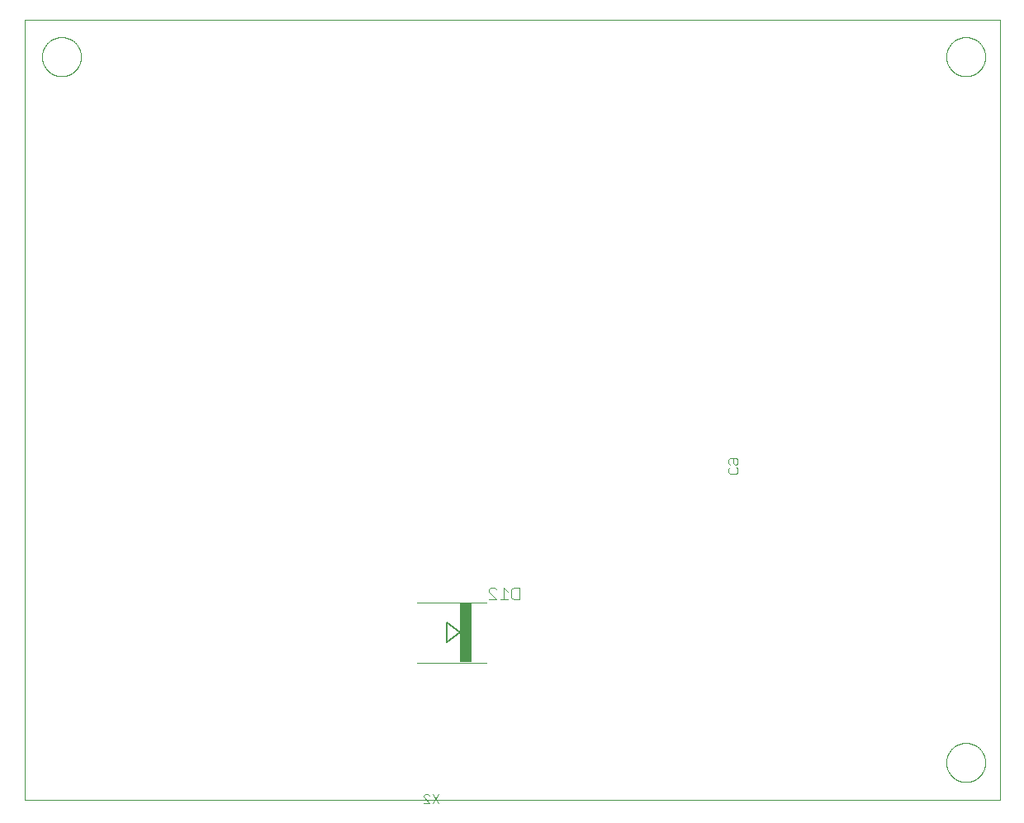
<source format=gbo>
G75*
%MOIN*%
%OFA0B0*%
%FSLAX25Y25*%
%IPPOS*%
%LPD*%
%AMOC8*
5,1,8,0,0,1.08239X$1,22.5*
%
%ADD10C,0.00000*%
%ADD11C,0.00400*%
%ADD12C,0.00300*%
%ADD13C,0.00800*%
%ADD14R,0.04921X0.24409*%
D10*
X0028800Y1187300D02*
X0028800Y1502261D01*
X0422501Y1502261D01*
X0422501Y1187300D01*
X0028800Y1187300D01*
X0035926Y1487300D02*
X0035928Y1487493D01*
X0035935Y1487686D01*
X0035947Y1487879D01*
X0035964Y1488072D01*
X0035985Y1488264D01*
X0036011Y1488455D01*
X0036042Y1488646D01*
X0036077Y1488836D01*
X0036117Y1489025D01*
X0036162Y1489213D01*
X0036211Y1489400D01*
X0036265Y1489586D01*
X0036323Y1489770D01*
X0036386Y1489953D01*
X0036454Y1490134D01*
X0036525Y1490313D01*
X0036602Y1490491D01*
X0036682Y1490667D01*
X0036767Y1490840D01*
X0036856Y1491012D01*
X0036949Y1491181D01*
X0037046Y1491348D01*
X0037148Y1491513D01*
X0037253Y1491675D01*
X0037362Y1491834D01*
X0037476Y1491991D01*
X0037593Y1492144D01*
X0037713Y1492295D01*
X0037838Y1492443D01*
X0037966Y1492588D01*
X0038097Y1492729D01*
X0038232Y1492868D01*
X0038371Y1493003D01*
X0038512Y1493134D01*
X0038657Y1493262D01*
X0038805Y1493387D01*
X0038956Y1493507D01*
X0039109Y1493624D01*
X0039266Y1493738D01*
X0039425Y1493847D01*
X0039587Y1493952D01*
X0039752Y1494054D01*
X0039919Y1494151D01*
X0040088Y1494244D01*
X0040260Y1494333D01*
X0040433Y1494418D01*
X0040609Y1494498D01*
X0040787Y1494575D01*
X0040966Y1494646D01*
X0041147Y1494714D01*
X0041330Y1494777D01*
X0041514Y1494835D01*
X0041700Y1494889D01*
X0041887Y1494938D01*
X0042075Y1494983D01*
X0042264Y1495023D01*
X0042454Y1495058D01*
X0042645Y1495089D01*
X0042836Y1495115D01*
X0043028Y1495136D01*
X0043221Y1495153D01*
X0043414Y1495165D01*
X0043607Y1495172D01*
X0043800Y1495174D01*
X0043993Y1495172D01*
X0044186Y1495165D01*
X0044379Y1495153D01*
X0044572Y1495136D01*
X0044764Y1495115D01*
X0044955Y1495089D01*
X0045146Y1495058D01*
X0045336Y1495023D01*
X0045525Y1494983D01*
X0045713Y1494938D01*
X0045900Y1494889D01*
X0046086Y1494835D01*
X0046270Y1494777D01*
X0046453Y1494714D01*
X0046634Y1494646D01*
X0046813Y1494575D01*
X0046991Y1494498D01*
X0047167Y1494418D01*
X0047340Y1494333D01*
X0047512Y1494244D01*
X0047681Y1494151D01*
X0047848Y1494054D01*
X0048013Y1493952D01*
X0048175Y1493847D01*
X0048334Y1493738D01*
X0048491Y1493624D01*
X0048644Y1493507D01*
X0048795Y1493387D01*
X0048943Y1493262D01*
X0049088Y1493134D01*
X0049229Y1493003D01*
X0049368Y1492868D01*
X0049503Y1492729D01*
X0049634Y1492588D01*
X0049762Y1492443D01*
X0049887Y1492295D01*
X0050007Y1492144D01*
X0050124Y1491991D01*
X0050238Y1491834D01*
X0050347Y1491675D01*
X0050452Y1491513D01*
X0050554Y1491348D01*
X0050651Y1491181D01*
X0050744Y1491012D01*
X0050833Y1490840D01*
X0050918Y1490667D01*
X0050998Y1490491D01*
X0051075Y1490313D01*
X0051146Y1490134D01*
X0051214Y1489953D01*
X0051277Y1489770D01*
X0051335Y1489586D01*
X0051389Y1489400D01*
X0051438Y1489213D01*
X0051483Y1489025D01*
X0051523Y1488836D01*
X0051558Y1488646D01*
X0051589Y1488455D01*
X0051615Y1488264D01*
X0051636Y1488072D01*
X0051653Y1487879D01*
X0051665Y1487686D01*
X0051672Y1487493D01*
X0051674Y1487300D01*
X0051672Y1487107D01*
X0051665Y1486914D01*
X0051653Y1486721D01*
X0051636Y1486528D01*
X0051615Y1486336D01*
X0051589Y1486145D01*
X0051558Y1485954D01*
X0051523Y1485764D01*
X0051483Y1485575D01*
X0051438Y1485387D01*
X0051389Y1485200D01*
X0051335Y1485014D01*
X0051277Y1484830D01*
X0051214Y1484647D01*
X0051146Y1484466D01*
X0051075Y1484287D01*
X0050998Y1484109D01*
X0050918Y1483933D01*
X0050833Y1483760D01*
X0050744Y1483588D01*
X0050651Y1483419D01*
X0050554Y1483252D01*
X0050452Y1483087D01*
X0050347Y1482925D01*
X0050238Y1482766D01*
X0050124Y1482609D01*
X0050007Y1482456D01*
X0049887Y1482305D01*
X0049762Y1482157D01*
X0049634Y1482012D01*
X0049503Y1481871D01*
X0049368Y1481732D01*
X0049229Y1481597D01*
X0049088Y1481466D01*
X0048943Y1481338D01*
X0048795Y1481213D01*
X0048644Y1481093D01*
X0048491Y1480976D01*
X0048334Y1480862D01*
X0048175Y1480753D01*
X0048013Y1480648D01*
X0047848Y1480546D01*
X0047681Y1480449D01*
X0047512Y1480356D01*
X0047340Y1480267D01*
X0047167Y1480182D01*
X0046991Y1480102D01*
X0046813Y1480025D01*
X0046634Y1479954D01*
X0046453Y1479886D01*
X0046270Y1479823D01*
X0046086Y1479765D01*
X0045900Y1479711D01*
X0045713Y1479662D01*
X0045525Y1479617D01*
X0045336Y1479577D01*
X0045146Y1479542D01*
X0044955Y1479511D01*
X0044764Y1479485D01*
X0044572Y1479464D01*
X0044379Y1479447D01*
X0044186Y1479435D01*
X0043993Y1479428D01*
X0043800Y1479426D01*
X0043607Y1479428D01*
X0043414Y1479435D01*
X0043221Y1479447D01*
X0043028Y1479464D01*
X0042836Y1479485D01*
X0042645Y1479511D01*
X0042454Y1479542D01*
X0042264Y1479577D01*
X0042075Y1479617D01*
X0041887Y1479662D01*
X0041700Y1479711D01*
X0041514Y1479765D01*
X0041330Y1479823D01*
X0041147Y1479886D01*
X0040966Y1479954D01*
X0040787Y1480025D01*
X0040609Y1480102D01*
X0040433Y1480182D01*
X0040260Y1480267D01*
X0040088Y1480356D01*
X0039919Y1480449D01*
X0039752Y1480546D01*
X0039587Y1480648D01*
X0039425Y1480753D01*
X0039266Y1480862D01*
X0039109Y1480976D01*
X0038956Y1481093D01*
X0038805Y1481213D01*
X0038657Y1481338D01*
X0038512Y1481466D01*
X0038371Y1481597D01*
X0038232Y1481732D01*
X0038097Y1481871D01*
X0037966Y1482012D01*
X0037838Y1482157D01*
X0037713Y1482305D01*
X0037593Y1482456D01*
X0037476Y1482609D01*
X0037362Y1482766D01*
X0037253Y1482925D01*
X0037148Y1483087D01*
X0037046Y1483252D01*
X0036949Y1483419D01*
X0036856Y1483588D01*
X0036767Y1483760D01*
X0036682Y1483933D01*
X0036602Y1484109D01*
X0036525Y1484287D01*
X0036454Y1484466D01*
X0036386Y1484647D01*
X0036323Y1484830D01*
X0036265Y1485014D01*
X0036211Y1485200D01*
X0036162Y1485387D01*
X0036117Y1485575D01*
X0036077Y1485764D01*
X0036042Y1485954D01*
X0036011Y1486145D01*
X0035985Y1486336D01*
X0035964Y1486528D01*
X0035947Y1486721D01*
X0035935Y1486914D01*
X0035928Y1487107D01*
X0035926Y1487300D01*
X0400926Y1487300D02*
X0400928Y1487493D01*
X0400935Y1487686D01*
X0400947Y1487879D01*
X0400964Y1488072D01*
X0400985Y1488264D01*
X0401011Y1488455D01*
X0401042Y1488646D01*
X0401077Y1488836D01*
X0401117Y1489025D01*
X0401162Y1489213D01*
X0401211Y1489400D01*
X0401265Y1489586D01*
X0401323Y1489770D01*
X0401386Y1489953D01*
X0401454Y1490134D01*
X0401525Y1490313D01*
X0401602Y1490491D01*
X0401682Y1490667D01*
X0401767Y1490840D01*
X0401856Y1491012D01*
X0401949Y1491181D01*
X0402046Y1491348D01*
X0402148Y1491513D01*
X0402253Y1491675D01*
X0402362Y1491834D01*
X0402476Y1491991D01*
X0402593Y1492144D01*
X0402713Y1492295D01*
X0402838Y1492443D01*
X0402966Y1492588D01*
X0403097Y1492729D01*
X0403232Y1492868D01*
X0403371Y1493003D01*
X0403512Y1493134D01*
X0403657Y1493262D01*
X0403805Y1493387D01*
X0403956Y1493507D01*
X0404109Y1493624D01*
X0404266Y1493738D01*
X0404425Y1493847D01*
X0404587Y1493952D01*
X0404752Y1494054D01*
X0404919Y1494151D01*
X0405088Y1494244D01*
X0405260Y1494333D01*
X0405433Y1494418D01*
X0405609Y1494498D01*
X0405787Y1494575D01*
X0405966Y1494646D01*
X0406147Y1494714D01*
X0406330Y1494777D01*
X0406514Y1494835D01*
X0406700Y1494889D01*
X0406887Y1494938D01*
X0407075Y1494983D01*
X0407264Y1495023D01*
X0407454Y1495058D01*
X0407645Y1495089D01*
X0407836Y1495115D01*
X0408028Y1495136D01*
X0408221Y1495153D01*
X0408414Y1495165D01*
X0408607Y1495172D01*
X0408800Y1495174D01*
X0408993Y1495172D01*
X0409186Y1495165D01*
X0409379Y1495153D01*
X0409572Y1495136D01*
X0409764Y1495115D01*
X0409955Y1495089D01*
X0410146Y1495058D01*
X0410336Y1495023D01*
X0410525Y1494983D01*
X0410713Y1494938D01*
X0410900Y1494889D01*
X0411086Y1494835D01*
X0411270Y1494777D01*
X0411453Y1494714D01*
X0411634Y1494646D01*
X0411813Y1494575D01*
X0411991Y1494498D01*
X0412167Y1494418D01*
X0412340Y1494333D01*
X0412512Y1494244D01*
X0412681Y1494151D01*
X0412848Y1494054D01*
X0413013Y1493952D01*
X0413175Y1493847D01*
X0413334Y1493738D01*
X0413491Y1493624D01*
X0413644Y1493507D01*
X0413795Y1493387D01*
X0413943Y1493262D01*
X0414088Y1493134D01*
X0414229Y1493003D01*
X0414368Y1492868D01*
X0414503Y1492729D01*
X0414634Y1492588D01*
X0414762Y1492443D01*
X0414887Y1492295D01*
X0415007Y1492144D01*
X0415124Y1491991D01*
X0415238Y1491834D01*
X0415347Y1491675D01*
X0415452Y1491513D01*
X0415554Y1491348D01*
X0415651Y1491181D01*
X0415744Y1491012D01*
X0415833Y1490840D01*
X0415918Y1490667D01*
X0415998Y1490491D01*
X0416075Y1490313D01*
X0416146Y1490134D01*
X0416214Y1489953D01*
X0416277Y1489770D01*
X0416335Y1489586D01*
X0416389Y1489400D01*
X0416438Y1489213D01*
X0416483Y1489025D01*
X0416523Y1488836D01*
X0416558Y1488646D01*
X0416589Y1488455D01*
X0416615Y1488264D01*
X0416636Y1488072D01*
X0416653Y1487879D01*
X0416665Y1487686D01*
X0416672Y1487493D01*
X0416674Y1487300D01*
X0416672Y1487107D01*
X0416665Y1486914D01*
X0416653Y1486721D01*
X0416636Y1486528D01*
X0416615Y1486336D01*
X0416589Y1486145D01*
X0416558Y1485954D01*
X0416523Y1485764D01*
X0416483Y1485575D01*
X0416438Y1485387D01*
X0416389Y1485200D01*
X0416335Y1485014D01*
X0416277Y1484830D01*
X0416214Y1484647D01*
X0416146Y1484466D01*
X0416075Y1484287D01*
X0415998Y1484109D01*
X0415918Y1483933D01*
X0415833Y1483760D01*
X0415744Y1483588D01*
X0415651Y1483419D01*
X0415554Y1483252D01*
X0415452Y1483087D01*
X0415347Y1482925D01*
X0415238Y1482766D01*
X0415124Y1482609D01*
X0415007Y1482456D01*
X0414887Y1482305D01*
X0414762Y1482157D01*
X0414634Y1482012D01*
X0414503Y1481871D01*
X0414368Y1481732D01*
X0414229Y1481597D01*
X0414088Y1481466D01*
X0413943Y1481338D01*
X0413795Y1481213D01*
X0413644Y1481093D01*
X0413491Y1480976D01*
X0413334Y1480862D01*
X0413175Y1480753D01*
X0413013Y1480648D01*
X0412848Y1480546D01*
X0412681Y1480449D01*
X0412512Y1480356D01*
X0412340Y1480267D01*
X0412167Y1480182D01*
X0411991Y1480102D01*
X0411813Y1480025D01*
X0411634Y1479954D01*
X0411453Y1479886D01*
X0411270Y1479823D01*
X0411086Y1479765D01*
X0410900Y1479711D01*
X0410713Y1479662D01*
X0410525Y1479617D01*
X0410336Y1479577D01*
X0410146Y1479542D01*
X0409955Y1479511D01*
X0409764Y1479485D01*
X0409572Y1479464D01*
X0409379Y1479447D01*
X0409186Y1479435D01*
X0408993Y1479428D01*
X0408800Y1479426D01*
X0408607Y1479428D01*
X0408414Y1479435D01*
X0408221Y1479447D01*
X0408028Y1479464D01*
X0407836Y1479485D01*
X0407645Y1479511D01*
X0407454Y1479542D01*
X0407264Y1479577D01*
X0407075Y1479617D01*
X0406887Y1479662D01*
X0406700Y1479711D01*
X0406514Y1479765D01*
X0406330Y1479823D01*
X0406147Y1479886D01*
X0405966Y1479954D01*
X0405787Y1480025D01*
X0405609Y1480102D01*
X0405433Y1480182D01*
X0405260Y1480267D01*
X0405088Y1480356D01*
X0404919Y1480449D01*
X0404752Y1480546D01*
X0404587Y1480648D01*
X0404425Y1480753D01*
X0404266Y1480862D01*
X0404109Y1480976D01*
X0403956Y1481093D01*
X0403805Y1481213D01*
X0403657Y1481338D01*
X0403512Y1481466D01*
X0403371Y1481597D01*
X0403232Y1481732D01*
X0403097Y1481871D01*
X0402966Y1482012D01*
X0402838Y1482157D01*
X0402713Y1482305D01*
X0402593Y1482456D01*
X0402476Y1482609D01*
X0402362Y1482766D01*
X0402253Y1482925D01*
X0402148Y1483087D01*
X0402046Y1483252D01*
X0401949Y1483419D01*
X0401856Y1483588D01*
X0401767Y1483760D01*
X0401682Y1483933D01*
X0401602Y1484109D01*
X0401525Y1484287D01*
X0401454Y1484466D01*
X0401386Y1484647D01*
X0401323Y1484830D01*
X0401265Y1485014D01*
X0401211Y1485200D01*
X0401162Y1485387D01*
X0401117Y1485575D01*
X0401077Y1485764D01*
X0401042Y1485954D01*
X0401011Y1486145D01*
X0400985Y1486336D01*
X0400964Y1486528D01*
X0400947Y1486721D01*
X0400935Y1486914D01*
X0400928Y1487107D01*
X0400926Y1487300D01*
X0400926Y1202300D02*
X0400928Y1202493D01*
X0400935Y1202686D01*
X0400947Y1202879D01*
X0400964Y1203072D01*
X0400985Y1203264D01*
X0401011Y1203455D01*
X0401042Y1203646D01*
X0401077Y1203836D01*
X0401117Y1204025D01*
X0401162Y1204213D01*
X0401211Y1204400D01*
X0401265Y1204586D01*
X0401323Y1204770D01*
X0401386Y1204953D01*
X0401454Y1205134D01*
X0401525Y1205313D01*
X0401602Y1205491D01*
X0401682Y1205667D01*
X0401767Y1205840D01*
X0401856Y1206012D01*
X0401949Y1206181D01*
X0402046Y1206348D01*
X0402148Y1206513D01*
X0402253Y1206675D01*
X0402362Y1206834D01*
X0402476Y1206991D01*
X0402593Y1207144D01*
X0402713Y1207295D01*
X0402838Y1207443D01*
X0402966Y1207588D01*
X0403097Y1207729D01*
X0403232Y1207868D01*
X0403371Y1208003D01*
X0403512Y1208134D01*
X0403657Y1208262D01*
X0403805Y1208387D01*
X0403956Y1208507D01*
X0404109Y1208624D01*
X0404266Y1208738D01*
X0404425Y1208847D01*
X0404587Y1208952D01*
X0404752Y1209054D01*
X0404919Y1209151D01*
X0405088Y1209244D01*
X0405260Y1209333D01*
X0405433Y1209418D01*
X0405609Y1209498D01*
X0405787Y1209575D01*
X0405966Y1209646D01*
X0406147Y1209714D01*
X0406330Y1209777D01*
X0406514Y1209835D01*
X0406700Y1209889D01*
X0406887Y1209938D01*
X0407075Y1209983D01*
X0407264Y1210023D01*
X0407454Y1210058D01*
X0407645Y1210089D01*
X0407836Y1210115D01*
X0408028Y1210136D01*
X0408221Y1210153D01*
X0408414Y1210165D01*
X0408607Y1210172D01*
X0408800Y1210174D01*
X0408993Y1210172D01*
X0409186Y1210165D01*
X0409379Y1210153D01*
X0409572Y1210136D01*
X0409764Y1210115D01*
X0409955Y1210089D01*
X0410146Y1210058D01*
X0410336Y1210023D01*
X0410525Y1209983D01*
X0410713Y1209938D01*
X0410900Y1209889D01*
X0411086Y1209835D01*
X0411270Y1209777D01*
X0411453Y1209714D01*
X0411634Y1209646D01*
X0411813Y1209575D01*
X0411991Y1209498D01*
X0412167Y1209418D01*
X0412340Y1209333D01*
X0412512Y1209244D01*
X0412681Y1209151D01*
X0412848Y1209054D01*
X0413013Y1208952D01*
X0413175Y1208847D01*
X0413334Y1208738D01*
X0413491Y1208624D01*
X0413644Y1208507D01*
X0413795Y1208387D01*
X0413943Y1208262D01*
X0414088Y1208134D01*
X0414229Y1208003D01*
X0414368Y1207868D01*
X0414503Y1207729D01*
X0414634Y1207588D01*
X0414762Y1207443D01*
X0414887Y1207295D01*
X0415007Y1207144D01*
X0415124Y1206991D01*
X0415238Y1206834D01*
X0415347Y1206675D01*
X0415452Y1206513D01*
X0415554Y1206348D01*
X0415651Y1206181D01*
X0415744Y1206012D01*
X0415833Y1205840D01*
X0415918Y1205667D01*
X0415998Y1205491D01*
X0416075Y1205313D01*
X0416146Y1205134D01*
X0416214Y1204953D01*
X0416277Y1204770D01*
X0416335Y1204586D01*
X0416389Y1204400D01*
X0416438Y1204213D01*
X0416483Y1204025D01*
X0416523Y1203836D01*
X0416558Y1203646D01*
X0416589Y1203455D01*
X0416615Y1203264D01*
X0416636Y1203072D01*
X0416653Y1202879D01*
X0416665Y1202686D01*
X0416672Y1202493D01*
X0416674Y1202300D01*
X0416672Y1202107D01*
X0416665Y1201914D01*
X0416653Y1201721D01*
X0416636Y1201528D01*
X0416615Y1201336D01*
X0416589Y1201145D01*
X0416558Y1200954D01*
X0416523Y1200764D01*
X0416483Y1200575D01*
X0416438Y1200387D01*
X0416389Y1200200D01*
X0416335Y1200014D01*
X0416277Y1199830D01*
X0416214Y1199647D01*
X0416146Y1199466D01*
X0416075Y1199287D01*
X0415998Y1199109D01*
X0415918Y1198933D01*
X0415833Y1198760D01*
X0415744Y1198588D01*
X0415651Y1198419D01*
X0415554Y1198252D01*
X0415452Y1198087D01*
X0415347Y1197925D01*
X0415238Y1197766D01*
X0415124Y1197609D01*
X0415007Y1197456D01*
X0414887Y1197305D01*
X0414762Y1197157D01*
X0414634Y1197012D01*
X0414503Y1196871D01*
X0414368Y1196732D01*
X0414229Y1196597D01*
X0414088Y1196466D01*
X0413943Y1196338D01*
X0413795Y1196213D01*
X0413644Y1196093D01*
X0413491Y1195976D01*
X0413334Y1195862D01*
X0413175Y1195753D01*
X0413013Y1195648D01*
X0412848Y1195546D01*
X0412681Y1195449D01*
X0412512Y1195356D01*
X0412340Y1195267D01*
X0412167Y1195182D01*
X0411991Y1195102D01*
X0411813Y1195025D01*
X0411634Y1194954D01*
X0411453Y1194886D01*
X0411270Y1194823D01*
X0411086Y1194765D01*
X0410900Y1194711D01*
X0410713Y1194662D01*
X0410525Y1194617D01*
X0410336Y1194577D01*
X0410146Y1194542D01*
X0409955Y1194511D01*
X0409764Y1194485D01*
X0409572Y1194464D01*
X0409379Y1194447D01*
X0409186Y1194435D01*
X0408993Y1194428D01*
X0408800Y1194426D01*
X0408607Y1194428D01*
X0408414Y1194435D01*
X0408221Y1194447D01*
X0408028Y1194464D01*
X0407836Y1194485D01*
X0407645Y1194511D01*
X0407454Y1194542D01*
X0407264Y1194577D01*
X0407075Y1194617D01*
X0406887Y1194662D01*
X0406700Y1194711D01*
X0406514Y1194765D01*
X0406330Y1194823D01*
X0406147Y1194886D01*
X0405966Y1194954D01*
X0405787Y1195025D01*
X0405609Y1195102D01*
X0405433Y1195182D01*
X0405260Y1195267D01*
X0405088Y1195356D01*
X0404919Y1195449D01*
X0404752Y1195546D01*
X0404587Y1195648D01*
X0404425Y1195753D01*
X0404266Y1195862D01*
X0404109Y1195976D01*
X0403956Y1196093D01*
X0403805Y1196213D01*
X0403657Y1196338D01*
X0403512Y1196466D01*
X0403371Y1196597D01*
X0403232Y1196732D01*
X0403097Y1196871D01*
X0402966Y1197012D01*
X0402838Y1197157D01*
X0402713Y1197305D01*
X0402593Y1197456D01*
X0402476Y1197609D01*
X0402362Y1197766D01*
X0402253Y1197925D01*
X0402148Y1198087D01*
X0402046Y1198252D01*
X0401949Y1198419D01*
X0401856Y1198588D01*
X0401767Y1198760D01*
X0401682Y1198933D01*
X0401602Y1199109D01*
X0401525Y1199287D01*
X0401454Y1199466D01*
X0401386Y1199647D01*
X0401323Y1199830D01*
X0401265Y1200014D01*
X0401211Y1200200D01*
X0401162Y1200387D01*
X0401117Y1200575D01*
X0401077Y1200764D01*
X0401042Y1200954D01*
X0401011Y1201145D01*
X0400985Y1201336D01*
X0400964Y1201528D01*
X0400947Y1201721D01*
X0400935Y1201914D01*
X0400928Y1202107D01*
X0400926Y1202300D01*
D11*
X0228468Y1268224D02*
X0226166Y1268224D01*
X0225399Y1268992D01*
X0225399Y1272061D01*
X0226166Y1272828D01*
X0228468Y1272828D01*
X0228468Y1268224D01*
X0223864Y1268224D02*
X0220795Y1268224D01*
X0222330Y1268224D02*
X0222330Y1272828D01*
X0223864Y1271294D01*
X0219260Y1272061D02*
X0218493Y1272828D01*
X0216958Y1272828D01*
X0216191Y1272061D01*
X0216191Y1271294D01*
X0219260Y1268224D01*
X0216191Y1268224D01*
X0215318Y1267024D02*
X0187282Y1267024D01*
X0187282Y1242576D02*
X0215318Y1242576D01*
X0195966Y1189603D02*
X0193564Y1186000D01*
X0192283Y1186000D02*
X0189881Y1188402D01*
X0189881Y1189003D01*
X0190482Y1189603D01*
X0191683Y1189603D01*
X0192283Y1189003D01*
X0193564Y1189603D02*
X0195966Y1186000D01*
X0192283Y1186000D02*
X0189881Y1186000D01*
D12*
X0313681Y1318926D02*
X0313064Y1319544D01*
X0313064Y1320778D01*
X0313681Y1321395D01*
X0313681Y1322610D02*
X0313064Y1323227D01*
X0313064Y1324461D01*
X0313681Y1325078D01*
X0316150Y1325078D01*
X0316767Y1324461D01*
X0316767Y1323227D01*
X0316150Y1322610D01*
X0315533Y1322610D01*
X0314916Y1323227D01*
X0314916Y1325078D01*
X0316150Y1321395D02*
X0316767Y1320778D01*
X0316767Y1319544D01*
X0316150Y1318926D01*
X0313681Y1318926D01*
D13*
X0204568Y1254800D02*
X0199162Y1250863D01*
X0199162Y1258737D01*
X0204568Y1254800D01*
D14*
X0207107Y1254800D03*
M02*

</source>
